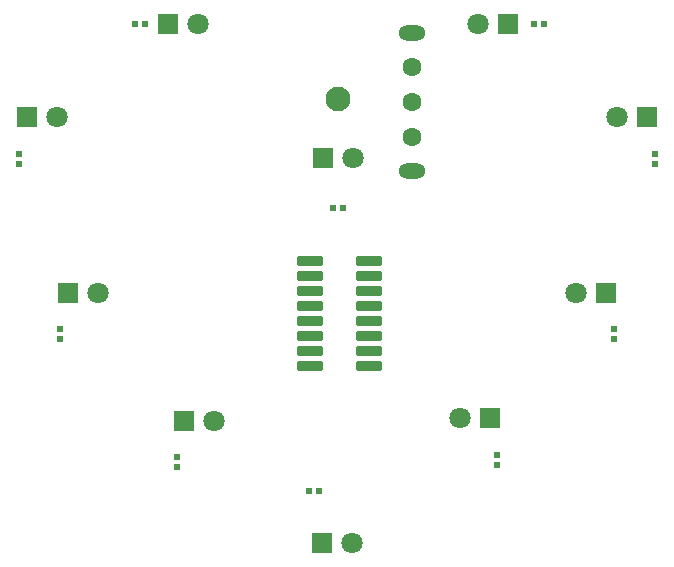
<source format=gbr>
%TF.GenerationSoftware,KiCad,Pcbnew,8.0.7-8.0.7-0~ubuntu24.04.1*%
%TF.CreationDate,2025-01-10T15:07:11-06:00*%
%TF.ProjectId,HeartLEDChaser_PCB,48656172-744c-4454-9443-68617365725f,rev?*%
%TF.SameCoordinates,Original*%
%TF.FileFunction,Soldermask,Top*%
%TF.FilePolarity,Negative*%
%FSLAX46Y46*%
G04 Gerber Fmt 4.6, Leading zero omitted, Abs format (unit mm)*
G04 Created by KiCad (PCBNEW 8.0.7-8.0.7-0~ubuntu24.04.1) date 2025-01-10 15:07:11*
%MOMM*%
%LPD*%
G01*
G04 APERTURE LIST*
G04 Aperture macros list*
%AMRoundRect*
0 Rectangle with rounded corners*
0 $1 Rounding radius*
0 $2 $3 $4 $5 $6 $7 $8 $9 X,Y pos of 4 corners*
0 Add a 4 corners polygon primitive as box body*
4,1,4,$2,$3,$4,$5,$6,$7,$8,$9,$2,$3,0*
0 Add four circle primitives for the rounded corners*
1,1,$1+$1,$2,$3*
1,1,$1+$1,$4,$5*
1,1,$1+$1,$6,$7*
1,1,$1+$1,$8,$9*
0 Add four rect primitives between the rounded corners*
20,1,$1+$1,$2,$3,$4,$5,0*
20,1,$1+$1,$4,$5,$6,$7,0*
20,1,$1+$1,$6,$7,$8,$9,0*
20,1,$1+$1,$8,$9,$2,$3,0*%
G04 Aperture macros list end*
%ADD10R,0.540000X0.570000*%
%ADD11R,1.800000X1.800000*%
%ADD12C,1.800000*%
%ADD13RoundRect,0.100500X-0.986500X-0.301500X0.986500X-0.301500X0.986500X0.301500X-0.986500X0.301500X0*%
%ADD14C,1.600000*%
%ADD15O,2.300000X1.300000*%
%ADD16R,0.570000X0.540000*%
%ADD17C,2.100000*%
G04 APERTURE END LIST*
D10*
%TO.C,R11*%
X156820000Y-87260000D03*
X156820000Y-88120000D03*
%TD*%
D11*
%TO.C,D3*%
X103660000Y-84140000D03*
D12*
X106200000Y-84140000D03*
%TD*%
D10*
%TO.C,R9*%
X143440000Y-112790000D03*
X143440000Y-113650000D03*
%TD*%
D11*
%TO.C,D9*%
X156190000Y-84140000D03*
D12*
X153650000Y-84140000D03*
%TD*%
D11*
%TO.C,D8*%
X152740000Y-99050000D03*
D12*
X150200000Y-99050000D03*
%TD*%
D11*
%TO.C,D2*%
X115640000Y-76240000D03*
D12*
X118180000Y-76240000D03*
%TD*%
D11*
%TO.C,D4*%
X107120000Y-99030000D03*
D12*
X109660000Y-99030000D03*
%TD*%
D10*
%TO.C,R5*%
X103050000Y-87260000D03*
X103050000Y-88120000D03*
%TD*%
D13*
%TO.C,U2*%
X127670000Y-96370000D03*
X127670000Y-97640000D03*
X127670000Y-98910000D03*
X127670000Y-100180000D03*
X127670000Y-101450000D03*
X127670000Y-102720000D03*
X127670000Y-103990000D03*
X127670000Y-105260000D03*
X132620000Y-105260000D03*
X132620000Y-103990000D03*
X132620000Y-102720000D03*
X132620000Y-101450000D03*
X132620000Y-100180000D03*
X132620000Y-98910000D03*
X132620000Y-97640000D03*
X132620000Y-96370000D03*
%TD*%
D10*
%TO.C,R6*%
X106500000Y-102080000D03*
X106500000Y-102940000D03*
%TD*%
D14*
%TO.C,U4*%
X136250000Y-85870000D03*
X136250000Y-82870000D03*
X136250000Y-79870000D03*
D15*
X136250000Y-77020000D03*
X136250000Y-88720000D03*
%TD*%
D11*
%TO.C,D7*%
X142850000Y-109600000D03*
D12*
X140310000Y-109600000D03*
%TD*%
D10*
%TO.C,R7*%
X116350000Y-112930000D03*
X116350000Y-113790000D03*
%TD*%
D11*
%TO.C,D10*%
X144440000Y-76260000D03*
D12*
X141900000Y-76260000D03*
%TD*%
D16*
%TO.C,R4*%
X113660000Y-76240000D03*
X112800000Y-76240000D03*
%TD*%
D17*
%TO.C,H1*%
X130000000Y-82600000D03*
%TD*%
D11*
%TO.C,D5*%
X116940000Y-109910000D03*
D12*
X119480000Y-109910000D03*
%TD*%
D16*
%TO.C,R12*%
X146610000Y-76260000D03*
X147470000Y-76260000D03*
%TD*%
D10*
%TO.C,R10*%
X153360000Y-102080000D03*
X153360000Y-102940000D03*
%TD*%
D11*
%TO.C,D6*%
X128695000Y-120200000D03*
D12*
X131235000Y-120200000D03*
%TD*%
D16*
%TO.C,R8*%
X127581200Y-115795000D03*
X128441200Y-115795000D03*
%TD*%
D11*
%TO.C,D1*%
X128740000Y-87580000D03*
D12*
X131280000Y-87580000D03*
%TD*%
D16*
%TO.C,R3*%
X129610000Y-91830000D03*
X130470000Y-91830000D03*
%TD*%
M02*

</source>
